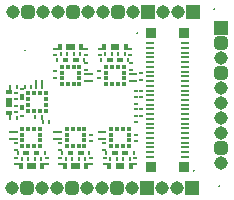
<source format=gts>
G04*
G04 #@! TF.GenerationSoftware,Altium Limited,Altium Designer,23.11.1 (41)*
G04*
G04 Layer_Color=8388736*
%FSLAX44Y44*%
%MOMM*%
G71*
G04*
G04 #@! TF.SameCoordinates,860607A7-82FE-4F03-8345-F0151ACF9F54*
G04*
G04*
G04 #@! TF.FilePolarity,Negative*
G04*
G01*
G75*
%ADD13R,0.3500X0.2500*%
%ADD14R,0.3294X0.4048*%
%ADD15R,0.4048X0.3294*%
%ADD21C,0.2000*%
%ADD22R,0.5000X0.2500*%
%ADD23R,0.2752X0.5011*%
%ADD24R,0.3414X0.4974*%
%ADD25R,0.2220X0.5062*%
%ADD26R,0.3373X0.5054*%
%ADD27R,0.2750X0.5000*%
%ADD28R,0.1663X0.1991*%
%ADD29R,0.2500X0.1750*%
%ADD30R,0.1500X0.2500*%
%ADD31R,0.2218X0.2452*%
%ADD32R,0.3250X0.2500*%
%ADD33R,0.1397X0.2508*%
%ADD34R,0.2750X0.2500*%
%ADD35R,0.2500X0.3500*%
%ADD36R,0.2250X0.2500*%
%ADD37R,0.2250X0.3500*%
%ADD38R,0.3750X0.2500*%
%ADD39R,0.3500X0.2500*%
%ADD40R,0.3000X0.3500*%
%ADD41R,0.2500X0.2500*%
%ADD42R,0.2500X0.2000*%
%ADD43R,0.2500X0.3000*%
%ADD44R,0.2500X0.2750*%
%ADD45R,0.3500X0.3250*%
%ADD46R,0.3500X0.3500*%
%ADD47R,0.3543X0.2524*%
%ADD48R,0.3000X0.2500*%
%ADD49R,0.2500X0.2500*%
%ADD50R,0.2750X0.2500*%
%ADD51R,0.2250X0.3500*%
%ADD52R,0.2750X0.3500*%
%ADD53R,0.1750X0.2500*%
%ADD54R,0.2750X0.3500*%
%ADD55R,0.3500X0.3500*%
%ADD56R,0.3600X0.2600*%
%ADD57R,0.2600X0.3600*%
%ADD58R,0.5100X0.3100*%
%ADD59R,0.3100X0.5100*%
%ADD60R,0.7100X0.2100*%
%ADD61R,0.9600X0.9600*%
%ADD62C,0.0100*%
%ADD63C,1.1430*%
G04:AMPARAMS|DCode=64|XSize=1.143mm|YSize=1.143mm|CornerRadius=0.2858mm|HoleSize=0mm|Usage=FLASHONLY|Rotation=270.000|XOffset=0mm|YOffset=0mm|HoleType=Round|Shape=RoundedRectangle|*
%AMROUNDEDRECTD64*
21,1,1.1430,0.5715,0,0,270.0*
21,1,0.5715,1.1430,0,0,270.0*
1,1,0.5715,-0.2858,-0.2858*
1,1,0.5715,-0.2858,0.2858*
1,1,0.5715,0.2858,0.2858*
1,1,0.5715,0.2858,-0.2858*
%
%ADD64ROUNDEDRECTD64*%
%ADD65R,1.1430X1.1430*%
G04:AMPARAMS|DCode=66|XSize=1.143mm|YSize=1.143mm|CornerRadius=0.2858mm|HoleSize=0mm|Usage=FLASHONLY|Rotation=180.000|XOffset=0mm|YOffset=0mm|HoleType=Round|Shape=RoundedRectangle|*
%AMROUNDEDRECTD66*
21,1,1.1430,0.5715,0,0,180.0*
21,1,0.5715,1.1430,0,0,180.0*
1,1,0.5715,-0.2858,0.2858*
1,1,0.5715,0.2858,0.2858*
1,1,0.5715,0.2858,-0.2858*
1,1,0.5715,-0.2858,-0.2858*
%
%ADD66ROUNDEDRECTD66*%
%ADD67R,1.1430X1.1430*%
D13*
X36250Y28500D02*
D03*
X89750D02*
D03*
D14*
X22998Y73507D02*
D03*
X27999D02*
D03*
X33001D02*
D03*
X38002D02*
D03*
Y88493D02*
D03*
X33001D02*
D03*
X27999D02*
D03*
X22998D02*
D03*
X28251Y58743D02*
D03*
X23249D02*
D03*
Y43757D02*
D03*
X28251D02*
D03*
X56499Y96257D02*
D03*
X61500D02*
D03*
Y111243D02*
D03*
X56499D02*
D03*
X93999Y96257D02*
D03*
X99000D02*
D03*
Y111243D02*
D03*
X93999D02*
D03*
X65751Y58743D02*
D03*
X60749D02*
D03*
Y43757D02*
D03*
X65751D02*
D03*
X103251Y58743D02*
D03*
X98249D02*
D03*
Y43757D02*
D03*
X103251D02*
D03*
D15*
X37993Y78499D02*
D03*
Y83501D02*
D03*
X23007D02*
D03*
Y78499D02*
D03*
X33243Y43748D02*
D03*
Y48749D02*
D03*
Y53751D02*
D03*
Y58752D02*
D03*
X18257D02*
D03*
Y53751D02*
D03*
Y48749D02*
D03*
Y43748D02*
D03*
X51506Y111252D02*
D03*
Y106251D02*
D03*
Y101249D02*
D03*
Y96248D02*
D03*
X66492D02*
D03*
Y101249D02*
D03*
Y106251D02*
D03*
Y111252D02*
D03*
X89006D02*
D03*
Y106251D02*
D03*
Y101249D02*
D03*
Y96248D02*
D03*
X103992D02*
D03*
Y101249D02*
D03*
Y106251D02*
D03*
Y111252D02*
D03*
X70743Y43748D02*
D03*
Y48749D02*
D03*
Y53751D02*
D03*
Y58752D02*
D03*
X55757D02*
D03*
Y53751D02*
D03*
Y48749D02*
D03*
Y43748D02*
D03*
X108243D02*
D03*
Y48749D02*
D03*
Y53751D02*
D03*
Y58752D02*
D03*
X93257D02*
D03*
Y53751D02*
D03*
Y48749D02*
D03*
Y43748D02*
D03*
D21*
X115500Y140000D02*
G03*
X115500Y140000I-500J0D01*
G01*
X163500Y23000D02*
G03*
X163500Y23000I-500J0D01*
G01*
X20500Y125000D02*
G03*
X20500Y125000I-500J0D01*
G01*
X180500Y160000D02*
G03*
X180500Y160000I-500J0D01*
G01*
X185000Y10000D02*
G03*
X185000Y10000I-500J0D01*
G01*
D22*
X6500Y81000D02*
D03*
D23*
X25876Y27255D02*
D03*
D24*
X59043Y127763D02*
D03*
D25*
X96390Y127719D02*
D03*
D26*
X63436Y27277D02*
D03*
D27*
X100875Y27250D02*
D03*
D28*
X35034Y66923D02*
D03*
D29*
X7750Y69875D02*
D03*
D30*
X111750Y28500D02*
D03*
X85500Y55750D02*
D03*
D31*
X74891Y99274D02*
D03*
D32*
X74125Y104750D02*
D03*
Y28500D02*
D03*
D33*
X112051Y99246D02*
D03*
D34*
X111625Y104750D02*
D03*
X52125Y28500D02*
D03*
D35*
X100750Y116750D02*
D03*
X67500Y38250D02*
D03*
D36*
X107125Y126500D02*
D03*
D37*
X92375Y116750D02*
D03*
X54375D02*
D03*
D38*
X85625Y126500D02*
D03*
D39*
X69500D02*
D03*
D40*
X63250Y116750D02*
D03*
D41*
X48000Y126500D02*
D03*
D42*
X35000Y96500D02*
D03*
D43*
X29500D02*
D03*
D44*
X7750Y92375D02*
D03*
D45*
X17500Y85125D02*
D03*
D46*
Y76500D02*
D03*
D47*
X47978Y50238D02*
D03*
D48*
X48000Y55750D02*
D03*
X10750Y50250D02*
D03*
D49*
X10500Y55750D02*
D03*
D50*
X14625Y28500D02*
D03*
D51*
X21375Y38250D02*
D03*
X58875D02*
D03*
D52*
X30125D02*
D03*
D53*
X85625Y50250D02*
D03*
D54*
X96375Y38250D02*
D03*
D55*
X105250D02*
D03*
D56*
X114000Y64000D02*
D03*
Y69500D02*
D03*
Y75000D02*
D03*
Y91000D02*
D03*
Y85500D02*
D03*
Y80000D02*
D03*
X45500Y107250D02*
D03*
Y101750D02*
D03*
X83000D02*
D03*
Y107250D02*
D03*
X76254Y48267D02*
D03*
Y53766D02*
D03*
X114000Y48250D02*
D03*
Y53750D02*
D03*
X12500Y83750D02*
D03*
Y89250D02*
D03*
Y78250D02*
D03*
Y72750D02*
D03*
X17500Y92500D02*
D03*
Y87000D02*
D03*
Y69500D02*
D03*
Y75000D02*
D03*
X119000D02*
D03*
Y69500D02*
D03*
X119000Y105750D02*
D03*
Y100250D02*
D03*
X119000Y91000D02*
D03*
Y85500D02*
D03*
X12500Y41000D02*
D03*
Y46500D02*
D03*
X72249Y114000D02*
D03*
Y108500D02*
D03*
X109749Y114000D02*
D03*
Y108500D02*
D03*
X50000Y41000D02*
D03*
Y46500D02*
D03*
X87500Y41000D02*
D03*
Y46500D02*
D03*
X12500Y55750D02*
D03*
Y50250D02*
D03*
X72249Y99250D02*
D03*
Y104750D02*
D03*
X109749Y99250D02*
D03*
Y104750D02*
D03*
X50000Y55750D02*
D03*
Y50250D02*
D03*
X87500Y55750D02*
D03*
Y50250D02*
D03*
X8499Y50243D02*
D03*
Y55743D02*
D03*
X76250Y104757D02*
D03*
Y99257D02*
D03*
X113750Y104757D02*
D03*
Y99257D02*
D03*
X45999Y50243D02*
D03*
Y55743D02*
D03*
X83499Y50243D02*
D03*
Y55743D02*
D03*
X17500Y78250D02*
D03*
Y83750D02*
D03*
X12750Y28500D02*
D03*
Y34000D02*
D03*
D03*
Y28500D02*
D03*
X71999Y126500D02*
D03*
Y121000D02*
D03*
D03*
Y126500D02*
D03*
X109499D02*
D03*
Y121000D02*
D03*
D03*
Y126500D02*
D03*
X50250Y28500D02*
D03*
Y34000D02*
D03*
D03*
Y28500D02*
D03*
X87750D02*
D03*
Y34000D02*
D03*
D03*
Y28500D02*
D03*
X38750D02*
D03*
Y34000D02*
D03*
D03*
Y28500D02*
D03*
X45999Y126500D02*
D03*
Y121000D02*
D03*
D03*
Y126500D02*
D03*
X83499D02*
D03*
Y121000D02*
D03*
D03*
Y126500D02*
D03*
X76250Y28500D02*
D03*
Y34000D02*
D03*
D03*
Y28500D02*
D03*
X113750D02*
D03*
Y34000D02*
D03*
D03*
Y28500D02*
D03*
D57*
X29065Y68512D02*
D03*
X34565D02*
D03*
X41000Y64459D02*
D03*
X35500D02*
D03*
X23000Y33250D02*
D03*
X17500D02*
D03*
X61749Y121750D02*
D03*
X67249D02*
D03*
X99249D02*
D03*
X104749D02*
D03*
X60500Y33250D02*
D03*
X55000D02*
D03*
X98000D02*
D03*
X92500D02*
D03*
X28500D02*
D03*
X34000D02*
D03*
X56249Y121750D02*
D03*
X50749D02*
D03*
X93749D02*
D03*
X88249D02*
D03*
X66000Y33250D02*
D03*
X71500D02*
D03*
X103500D02*
D03*
X109000D02*
D03*
X14250Y38250D02*
D03*
X19750D02*
D03*
X70499Y116750D02*
D03*
X64999D02*
D03*
X107999D02*
D03*
X102499D02*
D03*
X51750Y38250D02*
D03*
X57250D02*
D03*
X89250D02*
D03*
X94750D02*
D03*
X37250D02*
D03*
X31750D02*
D03*
X47499Y116750D02*
D03*
X52999D02*
D03*
X84999D02*
D03*
X90499D02*
D03*
X74750Y38250D02*
D03*
X69250D02*
D03*
X112250D02*
D03*
X106750D02*
D03*
X20250Y94250D02*
D03*
X25750D02*
D03*
X35000D02*
D03*
X29500D02*
D03*
X29493Y98251D02*
D03*
X34993D02*
D03*
X28500Y38250D02*
D03*
X23000D02*
D03*
X56249Y116750D02*
D03*
X61749D02*
D03*
X93749D02*
D03*
X99249D02*
D03*
X66000Y38250D02*
D03*
X60500D02*
D03*
X103500D02*
D03*
X98000D02*
D03*
X7750Y94000D02*
D03*
X13250D02*
D03*
D03*
X7750D02*
D03*
Y68000D02*
D03*
X13250D02*
D03*
D03*
X7750D02*
D03*
D58*
X6500Y90000D02*
D03*
Y83000D02*
D03*
Y79000D02*
D03*
Y72000D02*
D03*
D59*
X16750Y27250D02*
D03*
X23750D02*
D03*
X67999Y127750D02*
D03*
X60999D02*
D03*
X105499D02*
D03*
X98499D02*
D03*
X54250Y27250D02*
D03*
X61250D02*
D03*
X91750D02*
D03*
X98750D02*
D03*
X27750D02*
D03*
X34750D02*
D03*
X56999Y127750D02*
D03*
X49999D02*
D03*
X94499D02*
D03*
X87499D02*
D03*
X65250Y27250D02*
D03*
X72250D02*
D03*
X102750D02*
D03*
X109750D02*
D03*
D60*
X126000Y47000D02*
D03*
Y43000D02*
D03*
Y55000D02*
D03*
Y51000D02*
D03*
Y35000D02*
D03*
Y39000D02*
D03*
Y79000D02*
D03*
Y75000D02*
D03*
Y87000D02*
D03*
Y83000D02*
D03*
Y63000D02*
D03*
Y59000D02*
D03*
Y71000D02*
D03*
Y67000D02*
D03*
X156000Y47000D02*
D03*
Y43000D02*
D03*
Y55000D02*
D03*
Y51000D02*
D03*
Y35000D02*
D03*
Y39000D02*
D03*
Y83000D02*
D03*
Y79000D02*
D03*
Y87000D02*
D03*
Y63000D02*
D03*
Y59000D02*
D03*
Y75000D02*
D03*
Y67000D02*
D03*
Y71000D02*
D03*
X126000Y103000D02*
D03*
Y99000D02*
D03*
Y111000D02*
D03*
Y107000D02*
D03*
Y91000D02*
D03*
X156000D02*
D03*
X126000Y95000D02*
D03*
X156000D02*
D03*
Y99000D02*
D03*
X126000Y123000D02*
D03*
Y119000D02*
D03*
Y131000D02*
D03*
Y127000D02*
D03*
Y115000D02*
D03*
X156000Y127000D02*
D03*
Y131000D02*
D03*
Y115000D02*
D03*
Y111000D02*
D03*
Y123000D02*
D03*
Y119000D02*
D03*
Y107000D02*
D03*
Y103000D02*
D03*
D61*
X127000Y26000D02*
D03*
X155000D02*
D03*
X127000Y140000D02*
D03*
X155000D02*
D03*
D62*
X28000Y117000D02*
D03*
Y130000D02*
D03*
D63*
X186750Y68150D02*
D03*
Y80850D02*
D03*
Y55450D02*
D03*
Y93550D02*
D03*
Y118950D02*
D03*
Y30050D02*
D03*
X47850Y8750D02*
D03*
X73250D02*
D03*
X9750D02*
D03*
X35150D02*
D03*
X85950D02*
D03*
X111350D02*
D03*
X48350Y157250D02*
D03*
X73750D02*
D03*
X10250D02*
D03*
X35650D02*
D03*
X86450D02*
D03*
X111850D02*
D03*
X137250D02*
D03*
X149950D02*
D03*
X136750Y8750D02*
D03*
X149450D02*
D03*
D64*
X186750Y131650D02*
D03*
Y106250D02*
D03*
Y42750D02*
D03*
D65*
Y144350D02*
D03*
D66*
X60550Y8750D02*
D03*
X22450D02*
D03*
X98650D02*
D03*
X61050Y157250D02*
D03*
X22950D02*
D03*
X99150D02*
D03*
D67*
X124050Y8750D02*
D03*
X124550Y157250D02*
D03*
X162650D02*
D03*
X162150Y8750D02*
D03*
M02*

</source>
